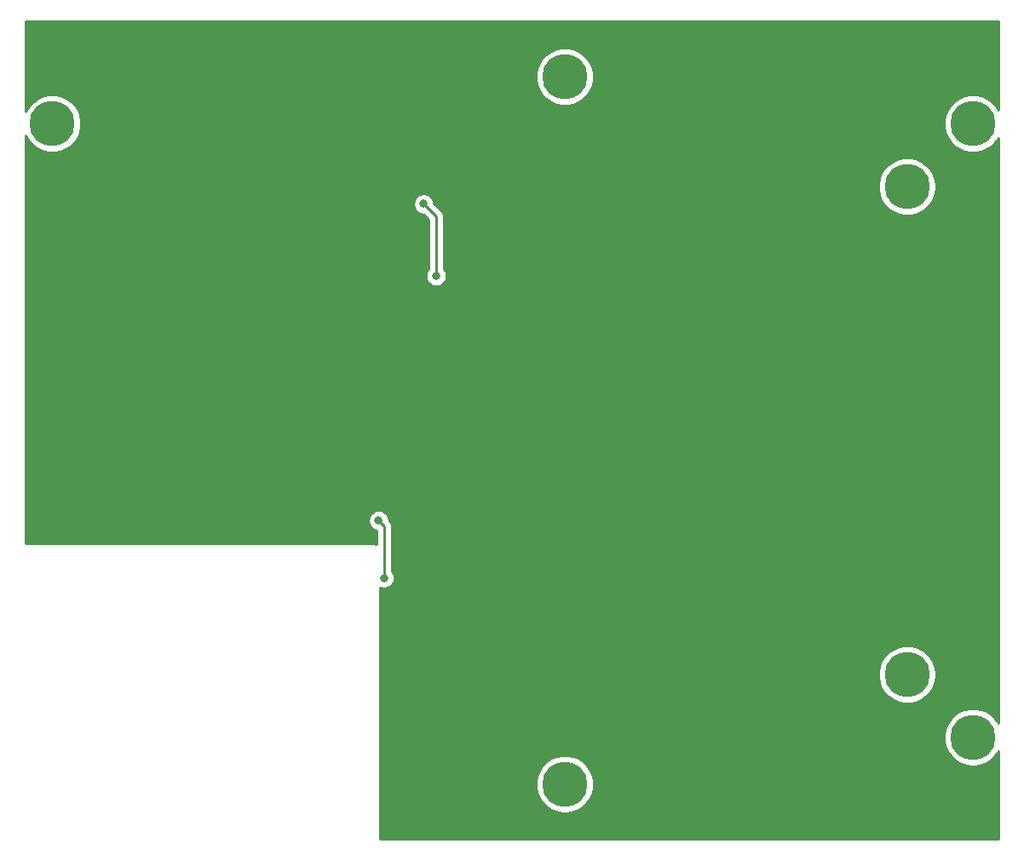
<source format=gbr>
G04 #@! TF.GenerationSoftware,KiCad,Pcbnew,(5.1.2)-2*
G04 #@! TF.CreationDate,2021-08-28T01:18:03-04:00*
G04 #@! TF.ProjectId,MAG_Plus,4d41475f-506c-4757-932e-6b696361645f,rev?*
G04 #@! TF.SameCoordinates,Original*
G04 #@! TF.FileFunction,Copper,L2,Bot*
G04 #@! TF.FilePolarity,Positive*
%FSLAX46Y46*%
G04 Gerber Fmt 4.6, Leading zero omitted, Abs format (unit mm)*
G04 Created by KiCad (PCBNEW (5.1.2)-2) date 2021-08-28 01:18:03*
%MOMM*%
%LPD*%
G04 APERTURE LIST*
%ADD10C,4.500000*%
%ADD11C,0.800000*%
%ADD12C,0.250000*%
%ADD13C,0.254000*%
G04 APERTURE END LIST*
D10*
X553290000Y-47470000D03*
X461790000Y-47470000D03*
X553290000Y-108470000D03*
X546740000Y-53730000D03*
X546740000Y-102230000D03*
X512730000Y-42800000D03*
X512730000Y-113130000D03*
D11*
X498700000Y-55440000D03*
X499945000Y-62600000D03*
X507350000Y-92220000D03*
X504740000Y-87450000D03*
X499760000Y-88650000D03*
X501840000Y-97150000D03*
X494220000Y-70260000D03*
X489580000Y-68540000D03*
X494230002Y-86930000D03*
X494770000Y-92630000D03*
D12*
X498700000Y-55440000D02*
X499099999Y-55839999D01*
X499099999Y-55839999D02*
X499945000Y-56685000D01*
X499945000Y-56685000D02*
X499945000Y-62600000D01*
X507350000Y-91654315D02*
X507330000Y-91634315D01*
X507350000Y-92220000D02*
X507350000Y-91654315D01*
X507330000Y-91634315D02*
X507330000Y-89080000D01*
X507330000Y-89080000D02*
X506890000Y-88640000D01*
X506890000Y-88640000D02*
X505930000Y-88640000D01*
X505930000Y-88640000D02*
X504740000Y-87450000D01*
X499760000Y-88650000D02*
X502610000Y-88650000D01*
X502610000Y-88650000D02*
X503450000Y-89490000D01*
X503450000Y-89490000D02*
X503450000Y-96120000D01*
X503450000Y-96120000D02*
X502420000Y-97150000D01*
X502420000Y-97150000D02*
X501840000Y-97150000D01*
X493654315Y-70260000D02*
X493634315Y-70280000D01*
X494220000Y-70260000D02*
X493654315Y-70260000D01*
X493634315Y-70280000D02*
X491320000Y-70280000D01*
X491320000Y-70280000D02*
X489580000Y-68540000D01*
X494770000Y-92064315D02*
X494770000Y-92630000D01*
X494770000Y-87469998D02*
X494770000Y-92064315D01*
X494230002Y-86930000D02*
X494770000Y-87469998D01*
D13*
G36*
X555830000Y-46078516D02*
G01*
X555530926Y-45630920D01*
X555129080Y-45229074D01*
X554656560Y-44913346D01*
X554131523Y-44695869D01*
X553574148Y-44585000D01*
X553005852Y-44585000D01*
X552448477Y-44695869D01*
X551923440Y-44913346D01*
X551450920Y-45229074D01*
X551049074Y-45630920D01*
X550733346Y-46103440D01*
X550515869Y-46628477D01*
X550405000Y-47185852D01*
X550405000Y-47754148D01*
X550515869Y-48311523D01*
X550733346Y-48836560D01*
X551049074Y-49309080D01*
X551450920Y-49710926D01*
X551923440Y-50026654D01*
X552448477Y-50244131D01*
X553005852Y-50355000D01*
X553574148Y-50355000D01*
X554131523Y-50244131D01*
X554656560Y-50026654D01*
X555129080Y-49710926D01*
X555530926Y-49309080D01*
X555830000Y-48861484D01*
X555830001Y-107078517D01*
X555530926Y-106630920D01*
X555129080Y-106229074D01*
X554656560Y-105913346D01*
X554131523Y-105695869D01*
X553574148Y-105585000D01*
X553005852Y-105585000D01*
X552448477Y-105695869D01*
X551923440Y-105913346D01*
X551450920Y-106229074D01*
X551049074Y-106630920D01*
X550733346Y-107103440D01*
X550515869Y-107628477D01*
X550405000Y-108185852D01*
X550405000Y-108754148D01*
X550515869Y-109311523D01*
X550733346Y-109836560D01*
X551049074Y-110309080D01*
X551450920Y-110710926D01*
X551923440Y-111026654D01*
X552448477Y-111244131D01*
X553005852Y-111355000D01*
X553574148Y-111355000D01*
X554131523Y-111244131D01*
X554656560Y-111026654D01*
X555129080Y-110710926D01*
X555530926Y-110309080D01*
X555830001Y-109861483D01*
X555830001Y-118610000D01*
X494330448Y-118610000D01*
X494334369Y-112845852D01*
X509845000Y-112845852D01*
X509845000Y-113414148D01*
X509955869Y-113971523D01*
X510173346Y-114496560D01*
X510489074Y-114969080D01*
X510890920Y-115370926D01*
X511363440Y-115686654D01*
X511888477Y-115904131D01*
X512445852Y-116015000D01*
X513014148Y-116015000D01*
X513571523Y-115904131D01*
X514096560Y-115686654D01*
X514569080Y-115370926D01*
X514970926Y-114969080D01*
X515286654Y-114496560D01*
X515504131Y-113971523D01*
X515615000Y-113414148D01*
X515615000Y-112845852D01*
X515504131Y-112288477D01*
X515286654Y-111763440D01*
X514970926Y-111290920D01*
X514569080Y-110889074D01*
X514096560Y-110573346D01*
X513571523Y-110355869D01*
X513014148Y-110245000D01*
X512445852Y-110245000D01*
X511888477Y-110355869D01*
X511363440Y-110573346D01*
X510890920Y-110889074D01*
X510489074Y-111290920D01*
X510173346Y-111763440D01*
X509955869Y-112288477D01*
X509845000Y-112845852D01*
X494334369Y-112845852D01*
X494341784Y-101945852D01*
X543855000Y-101945852D01*
X543855000Y-102514148D01*
X543965869Y-103071523D01*
X544183346Y-103596560D01*
X544499074Y-104069080D01*
X544900920Y-104470926D01*
X545373440Y-104786654D01*
X545898477Y-105004131D01*
X546455852Y-105115000D01*
X547024148Y-105115000D01*
X547581523Y-105004131D01*
X548106560Y-104786654D01*
X548579080Y-104470926D01*
X548980926Y-104069080D01*
X549296654Y-103596560D01*
X549514131Y-103071523D01*
X549625000Y-102514148D01*
X549625000Y-101945852D01*
X549514131Y-101388477D01*
X549296654Y-100863440D01*
X548980926Y-100390920D01*
X548579080Y-99989074D01*
X548106560Y-99673346D01*
X547581523Y-99455869D01*
X547024148Y-99345000D01*
X546455852Y-99345000D01*
X545898477Y-99455869D01*
X545373440Y-99673346D01*
X544900920Y-99989074D01*
X544499074Y-100390920D01*
X544183346Y-100863440D01*
X543965869Y-101388477D01*
X543855000Y-101945852D01*
X494341784Y-101945852D01*
X494347479Y-93575262D01*
X494468102Y-93625226D01*
X494668061Y-93665000D01*
X494871939Y-93665000D01*
X495071898Y-93625226D01*
X495260256Y-93547205D01*
X495429774Y-93433937D01*
X495573937Y-93289774D01*
X495687205Y-93120256D01*
X495765226Y-92931898D01*
X495805000Y-92731939D01*
X495805000Y-92528061D01*
X495765226Y-92328102D01*
X495687205Y-92139744D01*
X495573937Y-91970226D01*
X495530000Y-91926289D01*
X495530000Y-87507320D01*
X495533676Y-87469997D01*
X495530000Y-87432674D01*
X495530000Y-87432665D01*
X495519003Y-87321012D01*
X495475546Y-87177751D01*
X495404974Y-87045722D01*
X495391811Y-87029683D01*
X495333799Y-86958994D01*
X495333795Y-86958990D01*
X495310001Y-86929997D01*
X495281009Y-86906204D01*
X495265002Y-86890197D01*
X495265002Y-86828061D01*
X495225228Y-86628102D01*
X495147207Y-86439744D01*
X495033939Y-86270226D01*
X494889776Y-86126063D01*
X494720258Y-86012795D01*
X494531900Y-85934774D01*
X494331941Y-85895000D01*
X494128063Y-85895000D01*
X493928104Y-85934774D01*
X493739746Y-86012795D01*
X493570228Y-86126063D01*
X493426065Y-86270226D01*
X493312797Y-86439744D01*
X493234776Y-86628102D01*
X493195002Y-86828061D01*
X493195002Y-87031939D01*
X493234776Y-87231898D01*
X493312797Y-87420256D01*
X493426065Y-87589774D01*
X493570228Y-87733937D01*
X493739746Y-87847205D01*
X493928104Y-87925226D01*
X494010000Y-87941516D01*
X494010000Y-89292678D01*
X494000826Y-89287775D01*
X493944209Y-89257463D01*
X493943995Y-89257398D01*
X493943793Y-89257290D01*
X493881532Y-89238403D01*
X493819825Y-89219638D01*
X493819599Y-89219616D01*
X493819383Y-89219550D01*
X493755137Y-89213222D01*
X493690451Y-89206807D01*
X493657804Y-89210000D01*
X459150000Y-89210000D01*
X459150000Y-55338061D01*
X497665000Y-55338061D01*
X497665000Y-55541939D01*
X497704774Y-55741898D01*
X497782795Y-55930256D01*
X497896063Y-56099774D01*
X498040226Y-56243937D01*
X498209744Y-56357205D01*
X498398102Y-56435226D01*
X498598061Y-56475000D01*
X498660199Y-56475000D01*
X499185000Y-56999802D01*
X499185001Y-61896288D01*
X499141063Y-61940226D01*
X499027795Y-62109744D01*
X498949774Y-62298102D01*
X498910000Y-62498061D01*
X498910000Y-62701939D01*
X498949774Y-62901898D01*
X499027795Y-63090256D01*
X499141063Y-63259774D01*
X499285226Y-63403937D01*
X499454744Y-63517205D01*
X499643102Y-63595226D01*
X499843061Y-63635000D01*
X500046939Y-63635000D01*
X500246898Y-63595226D01*
X500435256Y-63517205D01*
X500604774Y-63403937D01*
X500748937Y-63259774D01*
X500862205Y-63090256D01*
X500940226Y-62901898D01*
X500980000Y-62701939D01*
X500980000Y-62498061D01*
X500940226Y-62298102D01*
X500862205Y-62109744D01*
X500748937Y-61940226D01*
X500705000Y-61896289D01*
X500705000Y-56722323D01*
X500708676Y-56685000D01*
X500705000Y-56647677D01*
X500705000Y-56647667D01*
X500694003Y-56536014D01*
X500650546Y-56392753D01*
X500628229Y-56351001D01*
X500579974Y-56260723D01*
X500508799Y-56173997D01*
X500485001Y-56144999D01*
X500456004Y-56121202D01*
X499735000Y-55400199D01*
X499735000Y-55338061D01*
X499695226Y-55138102D01*
X499617205Y-54949744D01*
X499503937Y-54780226D01*
X499359774Y-54636063D01*
X499190256Y-54522795D01*
X499001898Y-54444774D01*
X498801939Y-54405000D01*
X498598061Y-54405000D01*
X498398102Y-54444774D01*
X498209744Y-54522795D01*
X498040226Y-54636063D01*
X497896063Y-54780226D01*
X497782795Y-54949744D01*
X497704774Y-55138102D01*
X497665000Y-55338061D01*
X459150000Y-55338061D01*
X459150000Y-53445852D01*
X543855000Y-53445852D01*
X543855000Y-54014148D01*
X543965869Y-54571523D01*
X544183346Y-55096560D01*
X544499074Y-55569080D01*
X544900920Y-55970926D01*
X545373440Y-56286654D01*
X545898477Y-56504131D01*
X546455852Y-56615000D01*
X547024148Y-56615000D01*
X547581523Y-56504131D01*
X548106560Y-56286654D01*
X548579080Y-55970926D01*
X548980926Y-55569080D01*
X549296654Y-55096560D01*
X549514131Y-54571523D01*
X549625000Y-54014148D01*
X549625000Y-53445852D01*
X549514131Y-52888477D01*
X549296654Y-52363440D01*
X548980926Y-51890920D01*
X548579080Y-51489074D01*
X548106560Y-51173346D01*
X547581523Y-50955869D01*
X547024148Y-50845000D01*
X546455852Y-50845000D01*
X545898477Y-50955869D01*
X545373440Y-51173346D01*
X544900920Y-51489074D01*
X544499074Y-51890920D01*
X544183346Y-52363440D01*
X543965869Y-52888477D01*
X543855000Y-53445852D01*
X459150000Y-53445852D01*
X459150000Y-48635345D01*
X459233346Y-48836560D01*
X459549074Y-49309080D01*
X459950920Y-49710926D01*
X460423440Y-50026654D01*
X460948477Y-50244131D01*
X461505852Y-50355000D01*
X462074148Y-50355000D01*
X462631523Y-50244131D01*
X463156560Y-50026654D01*
X463629080Y-49710926D01*
X464030926Y-49309080D01*
X464346654Y-48836560D01*
X464564131Y-48311523D01*
X464675000Y-47754148D01*
X464675000Y-47185852D01*
X464564131Y-46628477D01*
X464346654Y-46103440D01*
X464030926Y-45630920D01*
X463629080Y-45229074D01*
X463156560Y-44913346D01*
X462631523Y-44695869D01*
X462074148Y-44585000D01*
X461505852Y-44585000D01*
X460948477Y-44695869D01*
X460423440Y-44913346D01*
X459950920Y-45229074D01*
X459549074Y-45630920D01*
X459233346Y-46103440D01*
X459150000Y-46304655D01*
X459150000Y-42515852D01*
X509845000Y-42515852D01*
X509845000Y-43084148D01*
X509955869Y-43641523D01*
X510173346Y-44166560D01*
X510489074Y-44639080D01*
X510890920Y-45040926D01*
X511363440Y-45356654D01*
X511888477Y-45574131D01*
X512445852Y-45685000D01*
X513014148Y-45685000D01*
X513571523Y-45574131D01*
X514096560Y-45356654D01*
X514569080Y-45040926D01*
X514970926Y-44639080D01*
X515286654Y-44166560D01*
X515504131Y-43641523D01*
X515615000Y-43084148D01*
X515615000Y-42515852D01*
X515504131Y-41958477D01*
X515286654Y-41433440D01*
X514970926Y-40960920D01*
X514569080Y-40559074D01*
X514096560Y-40243346D01*
X513571523Y-40025869D01*
X513014148Y-39915000D01*
X512445852Y-39915000D01*
X511888477Y-40025869D01*
X511363440Y-40243346D01*
X510890920Y-40559074D01*
X510489074Y-40960920D01*
X510173346Y-41433440D01*
X509955869Y-41958477D01*
X509845000Y-42515852D01*
X459150000Y-42515852D01*
X459150000Y-37330000D01*
X555830000Y-37330000D01*
X555830000Y-46078516D01*
X555830000Y-46078516D01*
G37*
X555830000Y-46078516D02*
X555530926Y-45630920D01*
X555129080Y-45229074D01*
X554656560Y-44913346D01*
X554131523Y-44695869D01*
X553574148Y-44585000D01*
X553005852Y-44585000D01*
X552448477Y-44695869D01*
X551923440Y-44913346D01*
X551450920Y-45229074D01*
X551049074Y-45630920D01*
X550733346Y-46103440D01*
X550515869Y-46628477D01*
X550405000Y-47185852D01*
X550405000Y-47754148D01*
X550515869Y-48311523D01*
X550733346Y-48836560D01*
X551049074Y-49309080D01*
X551450920Y-49710926D01*
X551923440Y-50026654D01*
X552448477Y-50244131D01*
X553005852Y-50355000D01*
X553574148Y-50355000D01*
X554131523Y-50244131D01*
X554656560Y-50026654D01*
X555129080Y-49710926D01*
X555530926Y-49309080D01*
X555830000Y-48861484D01*
X555830001Y-107078517D01*
X555530926Y-106630920D01*
X555129080Y-106229074D01*
X554656560Y-105913346D01*
X554131523Y-105695869D01*
X553574148Y-105585000D01*
X553005852Y-105585000D01*
X552448477Y-105695869D01*
X551923440Y-105913346D01*
X551450920Y-106229074D01*
X551049074Y-106630920D01*
X550733346Y-107103440D01*
X550515869Y-107628477D01*
X550405000Y-108185852D01*
X550405000Y-108754148D01*
X550515869Y-109311523D01*
X550733346Y-109836560D01*
X551049074Y-110309080D01*
X551450920Y-110710926D01*
X551923440Y-111026654D01*
X552448477Y-111244131D01*
X553005852Y-111355000D01*
X553574148Y-111355000D01*
X554131523Y-111244131D01*
X554656560Y-111026654D01*
X555129080Y-110710926D01*
X555530926Y-110309080D01*
X555830001Y-109861483D01*
X555830001Y-118610000D01*
X494330448Y-118610000D01*
X494334369Y-112845852D01*
X509845000Y-112845852D01*
X509845000Y-113414148D01*
X509955869Y-113971523D01*
X510173346Y-114496560D01*
X510489074Y-114969080D01*
X510890920Y-115370926D01*
X511363440Y-115686654D01*
X511888477Y-115904131D01*
X512445852Y-116015000D01*
X513014148Y-116015000D01*
X513571523Y-115904131D01*
X514096560Y-115686654D01*
X514569080Y-115370926D01*
X514970926Y-114969080D01*
X515286654Y-114496560D01*
X515504131Y-113971523D01*
X515615000Y-113414148D01*
X515615000Y-112845852D01*
X515504131Y-112288477D01*
X515286654Y-111763440D01*
X514970926Y-111290920D01*
X514569080Y-110889074D01*
X514096560Y-110573346D01*
X513571523Y-110355869D01*
X513014148Y-110245000D01*
X512445852Y-110245000D01*
X511888477Y-110355869D01*
X511363440Y-110573346D01*
X510890920Y-110889074D01*
X510489074Y-111290920D01*
X510173346Y-111763440D01*
X509955869Y-112288477D01*
X509845000Y-112845852D01*
X494334369Y-112845852D01*
X494341784Y-101945852D01*
X543855000Y-101945852D01*
X543855000Y-102514148D01*
X543965869Y-103071523D01*
X544183346Y-103596560D01*
X544499074Y-104069080D01*
X544900920Y-104470926D01*
X545373440Y-104786654D01*
X545898477Y-105004131D01*
X546455852Y-105115000D01*
X547024148Y-105115000D01*
X547581523Y-105004131D01*
X548106560Y-104786654D01*
X548579080Y-104470926D01*
X548980926Y-104069080D01*
X549296654Y-103596560D01*
X549514131Y-103071523D01*
X549625000Y-102514148D01*
X549625000Y-101945852D01*
X549514131Y-101388477D01*
X549296654Y-100863440D01*
X548980926Y-100390920D01*
X548579080Y-99989074D01*
X548106560Y-99673346D01*
X547581523Y-99455869D01*
X547024148Y-99345000D01*
X546455852Y-99345000D01*
X545898477Y-99455869D01*
X545373440Y-99673346D01*
X544900920Y-99989074D01*
X544499074Y-100390920D01*
X544183346Y-100863440D01*
X543965869Y-101388477D01*
X543855000Y-101945852D01*
X494341784Y-101945852D01*
X494347479Y-93575262D01*
X494468102Y-93625226D01*
X494668061Y-93665000D01*
X494871939Y-93665000D01*
X495071898Y-93625226D01*
X495260256Y-93547205D01*
X495429774Y-93433937D01*
X495573937Y-93289774D01*
X495687205Y-93120256D01*
X495765226Y-92931898D01*
X495805000Y-92731939D01*
X495805000Y-92528061D01*
X495765226Y-92328102D01*
X495687205Y-92139744D01*
X495573937Y-91970226D01*
X495530000Y-91926289D01*
X495530000Y-87507320D01*
X495533676Y-87469997D01*
X495530000Y-87432674D01*
X495530000Y-87432665D01*
X495519003Y-87321012D01*
X495475546Y-87177751D01*
X495404974Y-87045722D01*
X495391811Y-87029683D01*
X495333799Y-86958994D01*
X495333795Y-86958990D01*
X495310001Y-86929997D01*
X495281009Y-86906204D01*
X495265002Y-86890197D01*
X495265002Y-86828061D01*
X495225228Y-86628102D01*
X495147207Y-86439744D01*
X495033939Y-86270226D01*
X494889776Y-86126063D01*
X494720258Y-86012795D01*
X494531900Y-85934774D01*
X494331941Y-85895000D01*
X494128063Y-85895000D01*
X493928104Y-85934774D01*
X493739746Y-86012795D01*
X493570228Y-86126063D01*
X493426065Y-86270226D01*
X493312797Y-86439744D01*
X493234776Y-86628102D01*
X493195002Y-86828061D01*
X493195002Y-87031939D01*
X493234776Y-87231898D01*
X493312797Y-87420256D01*
X493426065Y-87589774D01*
X493570228Y-87733937D01*
X493739746Y-87847205D01*
X493928104Y-87925226D01*
X494010000Y-87941516D01*
X494010000Y-89292678D01*
X494000826Y-89287775D01*
X493944209Y-89257463D01*
X493943995Y-89257398D01*
X493943793Y-89257290D01*
X493881532Y-89238403D01*
X493819825Y-89219638D01*
X493819599Y-89219616D01*
X493819383Y-89219550D01*
X493755137Y-89213222D01*
X493690451Y-89206807D01*
X493657804Y-89210000D01*
X459150000Y-89210000D01*
X459150000Y-55338061D01*
X497665000Y-55338061D01*
X497665000Y-55541939D01*
X497704774Y-55741898D01*
X497782795Y-55930256D01*
X497896063Y-56099774D01*
X498040226Y-56243937D01*
X498209744Y-56357205D01*
X498398102Y-56435226D01*
X498598061Y-56475000D01*
X498660199Y-56475000D01*
X499185000Y-56999802D01*
X499185001Y-61896288D01*
X499141063Y-61940226D01*
X499027795Y-62109744D01*
X498949774Y-62298102D01*
X498910000Y-62498061D01*
X498910000Y-62701939D01*
X498949774Y-62901898D01*
X499027795Y-63090256D01*
X499141063Y-63259774D01*
X499285226Y-63403937D01*
X499454744Y-63517205D01*
X499643102Y-63595226D01*
X499843061Y-63635000D01*
X500046939Y-63635000D01*
X500246898Y-63595226D01*
X500435256Y-63517205D01*
X500604774Y-63403937D01*
X500748937Y-63259774D01*
X500862205Y-63090256D01*
X500940226Y-62901898D01*
X500980000Y-62701939D01*
X500980000Y-62498061D01*
X500940226Y-62298102D01*
X500862205Y-62109744D01*
X500748937Y-61940226D01*
X500705000Y-61896289D01*
X500705000Y-56722323D01*
X500708676Y-56685000D01*
X500705000Y-56647677D01*
X500705000Y-56647667D01*
X500694003Y-56536014D01*
X500650546Y-56392753D01*
X500628229Y-56351001D01*
X500579974Y-56260723D01*
X500508799Y-56173997D01*
X500485001Y-56144999D01*
X500456004Y-56121202D01*
X499735000Y-55400199D01*
X499735000Y-55338061D01*
X499695226Y-55138102D01*
X499617205Y-54949744D01*
X499503937Y-54780226D01*
X499359774Y-54636063D01*
X499190256Y-54522795D01*
X499001898Y-54444774D01*
X498801939Y-54405000D01*
X498598061Y-54405000D01*
X498398102Y-54444774D01*
X498209744Y-54522795D01*
X498040226Y-54636063D01*
X497896063Y-54780226D01*
X497782795Y-54949744D01*
X497704774Y-55138102D01*
X497665000Y-55338061D01*
X459150000Y-55338061D01*
X459150000Y-53445852D01*
X543855000Y-53445852D01*
X543855000Y-54014148D01*
X543965869Y-54571523D01*
X544183346Y-55096560D01*
X544499074Y-55569080D01*
X544900920Y-55970926D01*
X545373440Y-56286654D01*
X545898477Y-56504131D01*
X546455852Y-56615000D01*
X547024148Y-56615000D01*
X547581523Y-56504131D01*
X548106560Y-56286654D01*
X548579080Y-55970926D01*
X548980926Y-55569080D01*
X549296654Y-55096560D01*
X549514131Y-54571523D01*
X549625000Y-54014148D01*
X549625000Y-53445852D01*
X549514131Y-52888477D01*
X549296654Y-52363440D01*
X548980926Y-51890920D01*
X548579080Y-51489074D01*
X548106560Y-51173346D01*
X547581523Y-50955869D01*
X547024148Y-50845000D01*
X546455852Y-50845000D01*
X545898477Y-50955869D01*
X545373440Y-51173346D01*
X544900920Y-51489074D01*
X544499074Y-51890920D01*
X544183346Y-52363440D01*
X543965869Y-52888477D01*
X543855000Y-53445852D01*
X459150000Y-53445852D01*
X459150000Y-48635345D01*
X459233346Y-48836560D01*
X459549074Y-49309080D01*
X459950920Y-49710926D01*
X460423440Y-50026654D01*
X460948477Y-50244131D01*
X461505852Y-50355000D01*
X462074148Y-50355000D01*
X462631523Y-50244131D01*
X463156560Y-50026654D01*
X463629080Y-49710926D01*
X464030926Y-49309080D01*
X464346654Y-48836560D01*
X464564131Y-48311523D01*
X464675000Y-47754148D01*
X464675000Y-47185852D01*
X464564131Y-46628477D01*
X464346654Y-46103440D01*
X464030926Y-45630920D01*
X463629080Y-45229074D01*
X463156560Y-44913346D01*
X462631523Y-44695869D01*
X462074148Y-44585000D01*
X461505852Y-44585000D01*
X460948477Y-44695869D01*
X460423440Y-44913346D01*
X459950920Y-45229074D01*
X459549074Y-45630920D01*
X459233346Y-46103440D01*
X459150000Y-46304655D01*
X459150000Y-42515852D01*
X509845000Y-42515852D01*
X509845000Y-43084148D01*
X509955869Y-43641523D01*
X510173346Y-44166560D01*
X510489074Y-44639080D01*
X510890920Y-45040926D01*
X511363440Y-45356654D01*
X511888477Y-45574131D01*
X512445852Y-45685000D01*
X513014148Y-45685000D01*
X513571523Y-45574131D01*
X514096560Y-45356654D01*
X514569080Y-45040926D01*
X514970926Y-44639080D01*
X515286654Y-44166560D01*
X515504131Y-43641523D01*
X515615000Y-43084148D01*
X515615000Y-42515852D01*
X515504131Y-41958477D01*
X515286654Y-41433440D01*
X514970926Y-40960920D01*
X514569080Y-40559074D01*
X514096560Y-40243346D01*
X513571523Y-40025869D01*
X513014148Y-39915000D01*
X512445852Y-39915000D01*
X511888477Y-40025869D01*
X511363440Y-40243346D01*
X510890920Y-40559074D01*
X510489074Y-40960920D01*
X510173346Y-41433440D01*
X509955869Y-41958477D01*
X509845000Y-42515852D01*
X459150000Y-42515852D01*
X459150000Y-37330000D01*
X555830000Y-37330000D01*
X555830000Y-46078516D01*
M02*

</source>
